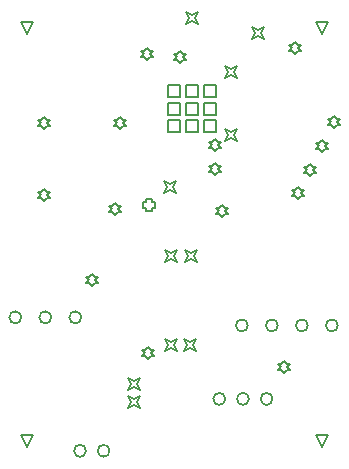
<source format=gbr>
G04*
G04 #@! TF.GenerationSoftware,Altium Limited,Altium Designer,22.4.2 (48)*
G04*
G04 Layer_Color=2752767*
%FSLAX44Y44*%
%MOMM*%
G71*
G04*
G04 #@! TF.SameCoordinates,805B4EF3-34EF-46CF-B3EC-FB7C4EB053B5*
G04*
G04*
G04 #@! TF.FilePolarity,Positive*
G04*
G01*
G75*
%ADD11C,0.1270*%
%ADD55C,0.1693*%
D11*
X159920Y301520D02*
Y311680D01*
X170080D01*
Y301520D01*
X159920D01*
Y286520D02*
Y296680D01*
X170080D01*
Y286520D01*
X159920D01*
Y316590D02*
Y326750D01*
X170080D01*
Y316590D01*
X159920D01*
X144920Y301520D02*
Y311680D01*
X155080D01*
Y301520D01*
X144920D01*
X174920D02*
Y311680D01*
X185080D01*
Y301520D01*
X174920D01*
Y286520D02*
Y296680D01*
X185080D01*
Y286520D01*
X174920D01*
X144920D02*
Y296680D01*
X155080D01*
Y286520D01*
X144920D01*
Y316590D02*
Y326750D01*
X155080D01*
Y316590D01*
X144920D01*
X174920D02*
Y326750D01*
X185080D01*
Y316590D01*
X174920D01*
X25000Y19920D02*
X19920Y30080D01*
X30080D01*
X25000Y19920D01*
X275000Y369920D02*
X269920Y380080D01*
X280080D01*
X275000Y369920D01*
X25000D02*
X19920Y380080D01*
X30080D01*
X25000Y369920D01*
X275000Y19920D02*
X269920Y30080D01*
X280080D01*
X275000Y19920D01*
X154940Y345440D02*
X157480Y347980D01*
X160020D01*
X157480Y350520D01*
X160020Y353060D01*
X157480D01*
X154940Y355600D01*
X152400Y353060D01*
X149860D01*
X152400Y350520D01*
X149860Y347980D01*
X152400D01*
X154940Y345440D01*
X193040Y332740D02*
X195580Y337820D01*
X193040Y342900D01*
X198120Y340360D01*
X203200Y342900D01*
X200660Y337820D01*
X203200Y332740D01*
X198120Y335280D01*
X193040Y332740D01*
X242570Y82550D02*
X245110Y85090D01*
X247650D01*
X245110Y87630D01*
X247650Y90170D01*
X245110D01*
X242570Y92710D01*
X240030Y90170D01*
X237490D01*
X240030Y87630D01*
X237490Y85090D01*
X240030D01*
X242570Y82550D01*
X252257Y353019D02*
X254797Y355559D01*
X257337D01*
X254797Y358099D01*
X257337Y360639D01*
X254797D01*
X252257Y363179D01*
X249717Y360639D01*
X247177D01*
X249717Y358099D01*
X247177Y355559D01*
X249717D01*
X252257Y353019D01*
X127000Y347980D02*
X129540Y350520D01*
X132080D01*
X129540Y353060D01*
X132080Y355600D01*
X129540D01*
X127000Y358140D01*
X124460Y355600D01*
X121920D01*
X124460Y353060D01*
X121920Y350520D01*
X124460D01*
X127000Y347980D01*
X189867Y215191D02*
X192407Y217731D01*
X194947D01*
X192407Y220271D01*
X194947Y222811D01*
X192407D01*
X189867Y225351D01*
X187327Y222811D01*
X184787D01*
X187327Y220271D01*
X184787Y217731D01*
X187327D01*
X189867Y215191D01*
X125730Y222637D02*
Y220097D01*
X130810D01*
Y222637D01*
X133350D01*
Y227717D01*
X130810D01*
Y230257D01*
X125730D01*
Y227717D01*
X123190D01*
Y222637D01*
X125730D01*
X127709Y94994D02*
X130249Y97534D01*
X132789D01*
X130249Y100074D01*
X132789Y102614D01*
X130249D01*
X127709Y105154D01*
X125169Y102614D01*
X122629D01*
X125169Y100074D01*
X122629Y97534D01*
X125169D01*
X127709Y94994D01*
X157860Y101600D02*
X160400Y106680D01*
X157860Y111760D01*
X162940Y109220D01*
X168020Y111760D01*
X165480Y106680D01*
X168020Y101600D01*
X162940Y104140D01*
X157860Y101600D01*
X141860D02*
X144400Y106680D01*
X141860Y111760D01*
X146940Y109220D01*
X152020Y111760D01*
X149480Y106680D01*
X152020Y101600D01*
X146940Y104140D01*
X141860Y101600D01*
X193040Y279400D02*
X195580Y284480D01*
X193040Y289560D01*
X198120Y287020D01*
X203200Y289560D01*
X200660Y284480D01*
X203200Y279400D01*
X198120Y281940D01*
X193040Y279400D01*
X39370Y289560D02*
X41910Y292100D01*
X44450D01*
X41910Y294640D01*
X44450Y297180D01*
X41910D01*
X39370Y299720D01*
X36830Y297180D01*
X34290D01*
X36830Y294640D01*
X34290Y292100D01*
X36830D01*
X39370Y289560D01*
X140997Y235401D02*
X143537Y240481D01*
X140997Y245561D01*
X146077Y243021D01*
X151157Y245561D01*
X148617Y240481D01*
X151157Y235401D01*
X146077Y237941D01*
X140997Y235401D01*
X100005Y216581D02*
X102544Y219121D01*
X105084D01*
X102544Y221661D01*
X105084Y224201D01*
X102544D01*
X100005Y226741D01*
X97465Y224201D01*
X94924D01*
X97465Y221661D01*
X94924Y219121D01*
X97465D01*
X100005Y216581D01*
X158750Y176530D02*
X161290Y181610D01*
X158750Y186690D01*
X163830Y184150D01*
X168910Y186690D01*
X166370Y181610D01*
X168910Y176530D01*
X163830Y179070D01*
X158750Y176530D01*
X141860D02*
X144400Y181610D01*
X141860Y186690D01*
X146940Y184150D01*
X152020Y186690D01*
X149480Y181610D01*
X152020Y176530D01*
X146940Y179070D01*
X141860Y176530D01*
X80010Y156210D02*
X82550Y158750D01*
X85090D01*
X82550Y161290D01*
X85090Y163830D01*
X82550D01*
X80010Y166370D01*
X77470Y163830D01*
X74930D01*
X77470Y161290D01*
X74930Y158750D01*
X77470D01*
X80010Y156210D01*
X104140Y289560D02*
X106680Y292100D01*
X109220D01*
X106680Y294640D01*
X109220Y297180D01*
X106680D01*
X104140Y299720D01*
X101600Y297180D01*
X99060D01*
X101600Y294640D01*
X99060Y292100D01*
X101600D01*
X104140Y289560D01*
X39370Y228465D02*
X41910Y231005D01*
X44450D01*
X41910Y233545D01*
X44450Y236085D01*
X41910D01*
X39370Y238625D01*
X36830Y236085D01*
X34290D01*
X36830Y233545D01*
X34290Y231005D01*
X36830D01*
X39370Y228465D01*
X184150Y270510D02*
X186690Y273050D01*
X189230D01*
X186690Y275590D01*
X189230Y278130D01*
X186690D01*
X184150Y280670D01*
X181610Y278130D01*
X179070D01*
X181610Y275590D01*
X179070Y273050D01*
X181610D01*
X184150Y270510D01*
Y250190D02*
X186690Y252730D01*
X189230D01*
X186690Y255270D01*
X189230Y257810D01*
X186690D01*
X184150Y260350D01*
X181610Y257810D01*
X179070D01*
X181610Y255270D01*
X179070Y252730D01*
X181610D01*
X184150Y250190D01*
X255000Y229920D02*
X257540Y232460D01*
X260080D01*
X257540Y235000D01*
X260080Y237540D01*
X257540D01*
X255000Y240080D01*
X252460Y237540D01*
X249920D01*
X252460Y235000D01*
X249920Y232460D01*
X252460D01*
X255000Y229920D01*
X265000Y249920D02*
X267540Y252460D01*
X270080D01*
X267540Y255000D01*
X270080Y257540D01*
X267540D01*
X265000Y260080D01*
X262460Y257540D01*
X259920D01*
X262460Y255000D01*
X259920Y252460D01*
X262460D01*
X265000Y249920D01*
X285000Y289920D02*
X287540Y292460D01*
X290080D01*
X287540Y295000D01*
X290080Y297540D01*
X287540D01*
X285000Y300080D01*
X282460Y297540D01*
X279920D01*
X282460Y295000D01*
X279920Y292460D01*
X282460D01*
X285000Y289920D01*
X275000Y269920D02*
X277540Y272460D01*
X280080D01*
X277540Y275000D01*
X280080Y277540D01*
X277540D01*
X275000Y280080D01*
X272460Y277540D01*
X269920D01*
X272460Y275000D01*
X269920Y272460D01*
X272460D01*
X275000Y269920D01*
X215900Y365760D02*
X218440Y370840D01*
X215900Y375920D01*
X220980Y373380D01*
X226060Y375920D01*
X223520Y370840D01*
X226060Y365760D01*
X220980Y368300D01*
X215900Y365760D01*
X159920Y378720D02*
X162460Y383800D01*
X159920Y388880D01*
X165000Y386340D01*
X170080Y388880D01*
X167540Y383800D01*
X170080Y378720D01*
X165000Y381260D01*
X159920Y378720D01*
X110490Y68580D02*
X113030Y73660D01*
X110490Y78740D01*
X115570Y76200D01*
X120650Y78740D01*
X118110Y73660D01*
X120650Y68580D01*
X115570Y71120D01*
X110490Y68580D01*
Y52960D02*
X113030Y58040D01*
X110490Y63120D01*
X115570Y60580D01*
X120650Y63120D01*
X118110Y58040D01*
X120650Y52960D01*
X115570Y55500D01*
X110490Y52960D01*
D55*
X75080Y17000D02*
G03*
X75080Y17000I-5080J0D01*
G01*
X95080D02*
G03*
X95080Y17000I-5080J0D01*
G01*
X233040Y60960D02*
G03*
X233040Y60960I-5080J0D01*
G01*
X213040D02*
G03*
X213040Y60960I-5080J0D01*
G01*
X193040D02*
G03*
X193040Y60960I-5080J0D01*
G01*
X45720Y130000D02*
G03*
X45720Y130000I-5080J0D01*
G01*
X71120D02*
G03*
X71120Y130000I-5080J0D01*
G01*
X20320D02*
G03*
X20320Y130000I-5080J0D01*
G01*
X212090Y123190D02*
G03*
X212090Y123190I-5080J0D01*
G01*
X262890D02*
G03*
X262890Y123190I-5080J0D01*
G01*
X237490D02*
G03*
X237490Y123190I-5080J0D01*
G01*
X288290D02*
G03*
X288290Y123190I-5080J0D01*
G01*
M02*

</source>
